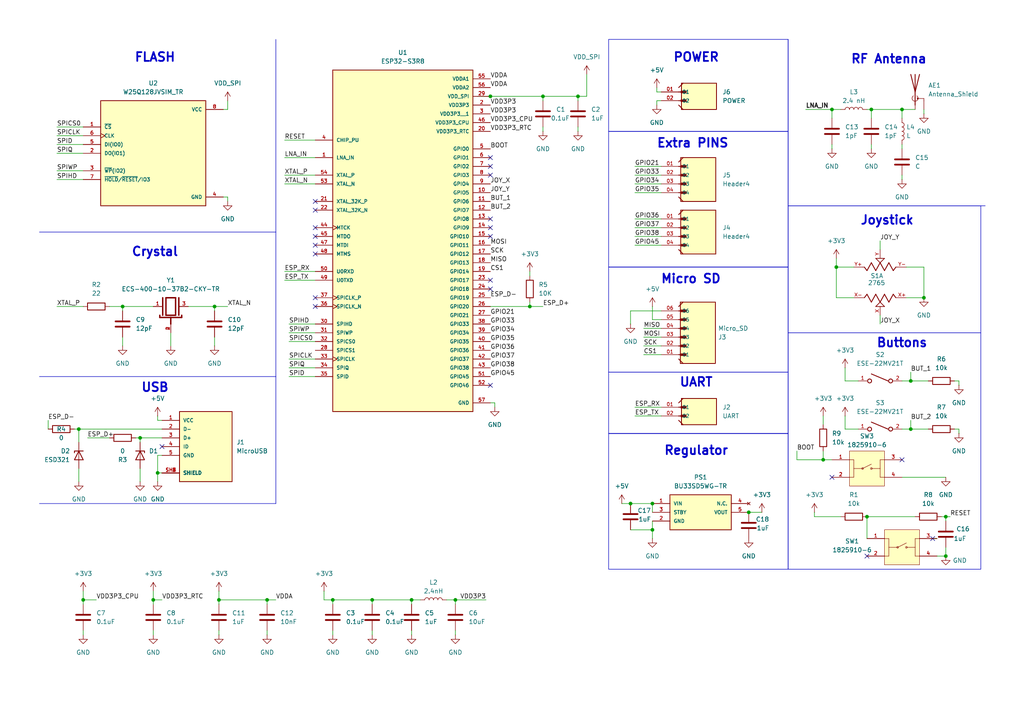
<source format=kicad_sch>
(kicad_sch (version 20231120) (generator "eeschema") (generator_version "8.0")
  (paper "A4")
  (title_block (title "HackerMouse") (date "2024-05-21") (rev "A") (company "FRANK"))
  (junction (at 167.64 27.94))
  (junction (at 22.86 124.46))
  (junction (at 24.13 173.99))
  (junction (at 63.5 173.99))
  (junction (at 45.72 137.16))
  (junction (at 77.47 173.99))
  (junction (at 264.16 110.49))
  (junction (at 62.23 88.9))
  (junction (at 261.62 31.75))
  (junction (at 153.67 88.9))
  (junction (at 274.32 149.86))
  (junction (at 251.46 149.86))
  (junction (at 241.3 31.75))
  (junction (at 189.23 153.67))
  (junction (at 189.23 146.05))
  (junction (at 157.48 27.94))
  (junction (at 264.16 124.46))
  (junction (at 132.08 173.99))
  (junction (at 274.32 161.29))
  (junction (at 35.56 88.9))
  (junction (at 119.38 173.99))
  (junction (at 242.57 77.47))
  (junction (at 182.88 146.05))
  (junction (at 107.95 173.99))
  (junction (at 267.97 86.36))
  (junction (at 44.45 173.99))
  (junction (at 40.64 127))
  (junction (at 96.52 173.99))
  (junction (at 238.76 133.35))
  (junction (at 252.73 31.75))
  (junction (at 217.17 148.59))
  (junction (at 142.24 27.94))
  (no_connect (at 142.24 63.5))
  (no_connect (at 91.44 68.58))
  (no_connect (at 261.62 133.35))
  (no_connect (at 142.24 83.82))
  (no_connect (at 91.44 60.96))
  (no_connect (at 142.24 68.58))
  (no_connect (at 46.99 129.54))
  (no_connect (at 270.51 156.21))
  (no_connect (at 142.24 111.76))
  (no_connect (at 142.24 48.26))
  (no_connect (at 142.24 50.8))
  (no_connect (at 91.44 86.36))
  (no_connect (at 142.24 66.04))
  (no_connect (at 241.3 138.43))
  (no_connect (at 91.44 88.9))
  (no_connect (at 91.44 66.04))
  (no_connect (at 251.46 161.29))
  (no_connect (at 91.44 71.12))
  (no_connect (at 91.44 73.66))
  (no_connect (at 142.24 81.28))
  (no_connect (at 91.44 58.42))
  (no_connect (at 142.24 45.72))
  (wire (pts (xy 186.69 102.87) (xy 191.77 102.87)))
  (polyline (pts (xy 11.43 67.31) (xy 80.01 67.31)))
  (wire (pts (xy 191.77 29.21) (xy 190.5 29.21)))
  (wire (pts (xy 264.16 107.95) (xy 264.16 110.49)))
  (wire (pts (xy 82.55 45.72) (xy 91.44 45.72)))
  (wire (pts (xy 24.13 182.88) (xy 24.13 184.15)))
  (wire (pts (xy 255.27 93.98) (xy 255.27 91.44)))
  (wire (pts (xy 262.89 86.36) (xy 267.97 86.36)))
  (wire (pts (xy 273.05 149.86) (xy 274.32 149.86)))
  (wire (pts (xy 96.52 175.26) (xy 96.52 173.99)))
  (wire (pts (xy 107.95 182.88) (xy 107.95 184.15)))
  (polyline (pts (xy 228.6 11.43) (xy 228.6 59.69)))
  (wire (pts (xy 238.76 133.35) (xy 241.3 133.35)))
  (wire (pts (xy 170.18 27.94) (xy 167.64 27.94)))
  (polyline (pts (xy 11.43 109.22) (xy 80.01 109.22)))
  (wire (pts (xy 261.62 110.49) (xy 264.16 110.49)))
  (wire (pts (xy 45.72 120.65) (xy 45.72 121.92)))
  (wire (pts (xy 242.57 77.47) (xy 247.65 77.47)))
  (wire (pts (xy 274.32 149.86) (xy 275.59 149.86)))
  (wire (pts (xy 186.69 100.33) (xy 191.77 100.33)))
  (wire (pts (xy 46.99 127) (xy 40.64 127)))
  (wire (pts (xy 40.64 135.89) (xy 40.64 139.7)))
  (wire (pts (xy 25.4 127) (xy 31.75 127)))
  (wire (pts (xy 64.77 31.75) (xy 66.04 31.75)))
  (wire (pts (xy 140.97 173.99) (xy 132.08 173.99)))
  (wire (pts (xy 44.45 171.45) (xy 44.45 173.99)))
  (wire (pts (xy 82.55 40.64) (xy 91.44 40.64)))
  (wire (pts (xy 251.46 149.86) (xy 265.43 149.86)))
  (wire (pts (xy 40.64 127) (xy 40.64 128.27)))
  (wire (pts (xy 157.48 27.94) (xy 167.64 27.94)))
  (wire (pts (xy 96.52 173.99) (xy 93.98 173.99)))
  (wire (pts (xy 276.86 124.46) (xy 278.13 124.46)))
  (wire (pts (xy 184.15 120.65) (xy 191.77 120.65)))
  (wire (pts (xy 261.62 124.46) (xy 264.16 124.46)))
  (wire (pts (xy 261.62 138.43) (xy 274.32 138.43)))
  (wire (pts (xy 66.04 31.75) (xy 66.04 29.21)))
  (polyline (pts (xy 80.01 67.31) (xy 80.01 11.43)))
  (wire (pts (xy 182.88 146.05) (xy 180.34 146.05)))
  (wire (pts (xy 82.55 53.34) (xy 91.44 53.34)))
  (wire (pts (xy 62.23 88.9) (xy 66.04 88.9)))
  (wire (pts (xy 241.3 31.75) (xy 243.84 31.75)))
  (wire (pts (xy 157.48 27.94) (xy 142.24 27.94)))
  (wire (pts (xy 167.64 29.21) (xy 167.64 27.94)))
  (wire (pts (xy 66.04 57.15) (xy 66.04 58.42)))
  (wire (pts (xy 217.17 148.59) (xy 220.98 148.59)))
  (wire (pts (xy 132.08 173.99) (xy 129.54 173.99)))
  (wire (pts (xy 245.11 124.46) (xy 248.92 124.46)))
  (wire (pts (xy 236.22 148.59) (xy 236.22 149.86)))
  (wire (pts (xy 184.15 50.8) (xy 191.77 50.8)))
  (wire (pts (xy 24.13 173.99) (xy 27.94 173.99)))
  (wire (pts (xy 35.56 97.79) (xy 35.56 100.33)))
  (wire (pts (xy 157.48 36.83) (xy 157.48 38.1)))
  (wire (pts (xy 189.23 151.13) (xy 189.23 153.67)))
  (wire (pts (xy 245.11 106.68) (xy 245.11 110.49)))
  (wire (pts (xy 242.57 77.47) (xy 242.57 86.36)))
  (wire (pts (xy 31.75 88.9) (xy 35.56 88.9)))
  (wire (pts (xy 44.45 173.99) (xy 44.45 175.26)))
  (wire (pts (xy 83.82 96.52) (xy 91.44 96.52)))
  (wire (pts (xy 231.14 130.81) (xy 231.14 133.35)))
  (wire (pts (xy 186.69 97.79) (xy 191.77 97.79)))
  (wire (pts (xy 22.86 135.89) (xy 22.86 139.7)))
  (wire (pts (xy 261.62 41.91) (xy 261.62 43.18)))
  (wire (pts (xy 39.37 127) (xy 40.64 127)))
  (wire (pts (xy 264.16 124.46) (xy 269.24 124.46)))
  (wire (pts (xy 35.56 88.9) (xy 44.45 88.9)))
  (wire (pts (xy 83.82 99.06) (xy 91.44 99.06)))
  (wire (pts (xy 63.5 173.99) (xy 63.5 175.26)))
  (wire (pts (xy 63.5 173.99) (xy 77.47 173.99)))
  (wire (pts (xy 64.77 57.15) (xy 66.04 57.15)))
  (wire (pts (xy 274.32 161.29) (xy 274.32 158.75)))
  (wire (pts (xy 241.3 31.75) (xy 241.3 34.29)))
  (wire (pts (xy 274.32 149.86) (xy 274.32 151.13)))
  (wire (pts (xy 184.15 55.88) (xy 191.77 55.88)))
  (wire (pts (xy 245.11 110.49) (xy 248.92 110.49)))
  (wire (pts (xy 264.16 110.49) (xy 269.24 110.49)))
  (wire (pts (xy 189.23 146.05) (xy 189.23 148.59)))
  (wire (pts (xy 167.64 36.83) (xy 167.64 38.1)))
  (wire (pts (xy 153.67 78.74) (xy 153.67 80.01)))
  (wire (pts (xy 45.72 121.92) (xy 46.99 121.92)))
  (wire (pts (xy 16.51 44.45) (xy 24.13 44.45)))
  (wire (pts (xy 45.72 137.16) (xy 45.72 139.7)))
  (wire (pts (xy 22.86 128.27) (xy 22.86 124.46)))
  (wire (pts (xy 184.15 68.58) (xy 191.77 68.58)))
  (wire (pts (xy 82.55 78.74) (xy 91.44 78.74)))
  (wire (pts (xy 231.14 133.35) (xy 238.76 133.35)))
  (wire (pts (xy 132.08 175.26) (xy 132.08 173.99)))
  (wire (pts (xy 242.57 86.36) (xy 247.65 86.36)))
  (wire (pts (xy 121.92 173.99) (xy 119.38 173.99)))
  (wire (pts (xy 233.68 31.75) (xy 241.3 31.75)))
  (wire (pts (xy 267.97 77.47) (xy 267.97 86.36)))
  (wire (pts (xy 77.47 182.88) (xy 77.47 184.15)))
  (wire (pts (xy 83.82 106.68) (xy 91.44 106.68)))
  (wire (pts (xy 245.11 120.65) (xy 245.11 124.46)))
  (wire (pts (xy 24.13 171.45) (xy 24.13 173.99)))
  (wire (pts (xy 44.45 173.99) (xy 46.99 173.99)))
  (wire (pts (xy 191.77 90.17) (xy 182.88 90.17)))
  (wire (pts (xy 191.77 92.71) (xy 189.23 92.71)))
  (wire (pts (xy 82.55 50.8) (xy 91.44 50.8)))
  (wire (pts (xy 184.15 71.12) (xy 191.77 71.12)))
  (wire (pts (xy 267.97 31.75) (xy 267.97 33.02)))
  (wire (pts (xy 189.23 146.05) (xy 182.88 146.05)))
  (wire (pts (xy 49.53 96.52) (xy 49.53 100.33)))
  (wire (pts (xy 261.62 34.29) (xy 261.62 31.75)))
  (wire (pts (xy 119.38 173.99) (xy 107.95 173.99)))
  (wire (pts (xy 190.5 26.67) (xy 190.5 25.4)))
  (wire (pts (xy 46.99 132.08) (xy 45.72 132.08)))
  (wire (pts (xy 119.38 182.88) (xy 119.38 184.15)))
  (polyline (pts (xy 80.01 109.22) (xy 80.01 67.31)))
  (wire (pts (xy 189.23 156.21) (xy 189.23 153.67)))
  (wire (pts (xy 83.82 109.22) (xy 91.44 109.22)))
  (wire (pts (xy 24.13 173.99) (xy 24.13 175.26)))
  (polyline (pts (xy 80.01 109.22) (xy 80.01 146.05)))
  (wire (pts (xy 138.43 27.94) (xy 142.24 27.94)))
  (wire (pts (xy 62.23 97.79) (xy 62.23 100.33)))
  (wire (pts (xy 255.27 72.39) (xy 255.27 69.85)))
  (wire (pts (xy 184.15 66.04) (xy 191.77 66.04)))
  (wire (pts (xy 278.13 124.46) (xy 278.13 125.73)))
  (wire (pts (xy 16.51 36.83) (xy 24.13 36.83)))
  (wire (pts (xy 189.23 92.71) (xy 189.23 88.9)))
  (wire (pts (xy 252.73 41.91) (xy 252.73 43.18)))
  (wire (pts (xy 93.98 171.45) (xy 93.98 173.99)))
  (wire (pts (xy 261.62 31.75) (xy 265.43 31.75)))
  (wire (pts (xy 236.22 149.86) (xy 243.84 149.86)))
  (wire (pts (xy 63.5 182.88) (xy 63.5 184.15)))
  (wire (pts (xy 21.59 124.46) (xy 22.86 124.46)))
  (wire (pts (xy 182.88 153.67) (xy 189.23 153.67)))
  (wire (pts (xy 262.89 77.47) (xy 267.97 77.47)))
  (wire (pts (xy 242.57 74.93) (xy 242.57 77.47)))
  (wire (pts (xy 252.73 31.75) (xy 251.46 31.75)))
  (wire (pts (xy 276.86 110.49) (xy 278.13 110.49)))
  (wire (pts (xy 186.69 95.25) (xy 191.77 95.25)))
  (wire (pts (xy 190.5 29.21) (xy 190.5 30.48)))
  (wire (pts (xy 238.76 120.65) (xy 238.76 123.19)))
  (polyline (pts (xy 228.6 59.69) (xy 285.75 59.69)))
  (wire (pts (xy 16.51 41.91) (xy 24.13 41.91)))
  (wire (pts (xy 264.16 121.92) (xy 264.16 124.46)))
  (wire (pts (xy 132.08 182.88) (xy 132.08 184.15)))
  (wire (pts (xy 16.51 39.37) (xy 24.13 39.37)))
  (wire (pts (xy 184.15 118.11) (xy 191.77 118.11)))
  (wire (pts (xy 143.51 116.84) (xy 143.51 118.11)))
  (wire (pts (xy 35.56 90.17) (xy 35.56 88.9)))
  (wire (pts (xy 278.13 110.49) (xy 278.13 111.76)))
  (wire (pts (xy 96.52 182.88) (xy 96.52 184.15)))
  (wire (pts (xy 77.47 175.26) (xy 77.47 173.99)))
  (wire (pts (xy 142.24 116.84) (xy 143.51 116.84)))
  (wire (pts (xy 46.99 137.16) (xy 45.72 137.16)))
  (polyline (pts (xy 11.43 146.05) (xy 80.01 146.05)))
  (wire (pts (xy 157.48 29.21) (xy 157.48 27.94)))
  (wire (pts (xy 77.47 173.99) (xy 80.01 173.99)))
  (wire (pts (xy 107.95 175.26) (xy 107.95 173.99)))
  (wire (pts (xy 261.62 50.8) (xy 261.62 52.07)))
  (wire (pts (xy 44.45 182.88) (xy 44.45 184.15)))
  (wire (pts (xy 83.82 104.14) (xy 91.44 104.14)))
  (wire (pts (xy 271.78 161.29) (xy 274.32 161.29)))
  (wire (pts (xy 241.3 41.91) (xy 241.3 43.18)))
  (wire (pts (xy 16.51 49.53) (xy 24.13 49.53)))
  (wire (pts (xy 251.46 149.86) (xy 251.46 156.21)))
  (wire (pts (xy 62.23 90.17) (xy 62.23 88.9)))
  (wire (pts (xy 252.73 31.75) (xy 252.73 34.29)))
  (wire (pts (xy 182.88 90.17) (xy 182.88 93.98)))
  (wire (pts (xy 83.82 93.98) (xy 91.44 93.98)))
  (wire (pts (xy 170.18 21.59) (xy 170.18 27.94)))
  (wire (pts (xy 184.15 48.26) (xy 191.77 48.26)))
  (wire (pts (xy 22.86 124.46) (xy 46.99 124.46)))
  (wire (pts (xy 261.62 31.75) (xy 252.73 31.75)))
  (wire (pts (xy 45.72 132.08) (xy 45.72 137.16)))
  (wire (pts (xy 13.97 121.92) (xy 13.97 124.46)))
  (wire (pts (xy 153.67 88.9) (xy 142.24 88.9)))
  (wire (pts (xy 119.38 175.26) (xy 119.38 173.99)))
  (wire (pts (xy 184.15 53.34) (xy 191.77 53.34)))
  (wire (pts (xy 82.55 81.28) (xy 91.44 81.28)))
  (wire (pts (xy 157.48 88.9) (xy 153.67 88.9)))
  (wire (pts (xy 16.51 52.07) (xy 24.13 52.07)))
  (wire (pts (xy 184.15 63.5) (xy 191.77 63.5)))
  (wire (pts (xy 16.51 88.9) (xy 24.13 88.9)))
  (wire (pts (xy 238.76 130.81) (xy 238.76 133.35)))
  (wire (pts (xy 62.23 88.9) (xy 54.61 88.9)))
  (wire (pts (xy 96.52 173.99) (xy 107.95 173.99)))
  (wire (pts (xy 191.77 26.67) (xy 190.5 26.67)))
  (wire (pts (xy 153.67 87.63) (xy 153.67 88.9)))
  (wire (pts (xy 270.51 156.21) (xy 271.78 156.21)))
  (wire (pts (xy 63.5 171.45) (xy 63.5 173.99)))
  (rectangle (start 228.6 59.69) (end 284.48 96.52))
  (rectangle (start 176.53 107.95) (end 228.6 125.73))
  (rectangle (start 176.53 125.73) (end 228.6 165.1))
  (rectangle (start 176.53 77.47) (end 228.6 107.95))
  (rectangle (start 176.53 11.43) (end 228.6 38.1))
  (rectangle (start 228.6 96.52) (end 284.48 165.1))
  (rectangle (start 176.53 38.1) (end 228.6 77.47))
  (text "Extra PINS" (at 200.914 41.656 0) (effects (font (size 2.54 2.54) (thickness 0.508) (bold yes))))
  (text "RF Antenna" (at 257.81 17.272 0) (effects (font (size 2.54 2.54) (bold yes))))
  (text "Regulator\n" (at 201.93 130.81 0) (effects (font (size 2.54 2.54) (bold yes))))
  (text "USB" (at 44.958 112.522 0) (effects (font (size 2.54 2.54) (bold yes))))
  (text "Joystick\n" (at 257.302 64.008 0) (effects (font (size 2.54 2.54) (bold yes))))
  (text "FLASH\n" (at 44.958 16.764 0) (effects (font (size 2.54 2.54) (thickness 0.508) (bold yes))))
  (text "UART" (at 201.93 110.998 0) (effects (font (size 2.54 2.54) (thickness 0.508) (bold yes))))
  (text "Crystal" (at 44.958 73.152 0) (effects (font (size 2.54 2.54) (thickness 0.508) (bold yes))))
  (text "Buttons\n" (at 261.62 99.568 0) (effects (font (size 2.54 2.54) (bold yes))))
  (text "POWER" (at 201.93 16.764 0) (effects (font (size 2.54 2.54) (thickness 0.508) (bold yes))))
  (text "Micro SD" (at 200.406 81.026 0) (effects (font (size 2.54 2.54) (bold yes))))
  (label "JOY_Y" (at 255.27 69.85 0))
  (label "SPICS0" (at 83.82 99.06 0))
  (label "SPIWP" (at 16.51 49.53 0))
  (label "ESP_D-" (at 13.97 121.92 0))
  (label "GPIO35" (at 142.24 99.06 0))
  (label "VDD3P3_CPU" (at 142.24 35.56 0))
  (label "XTAL_P" (at 82.55 50.8 0))
  (label "ESP_TX" (at 184.15 120.65 0))
  (label "RESET" (at 82.55 40.64 0))
  (label "GPIO36" (at 184.15 63.5 0))
  (label "SPICS0" (at 16.51 36.83 0))
  (label "VDDA" (at 80.01 173.99 0))
  (label "ESP_RX" (at 184.15 118.11 0))
  (label "GPIO21" (at 184.15 48.26 0))
  (label "GPIO34" (at 184.15 53.34 0))
  (label "SPIHD" (at 16.51 52.07 0))
  (label "XTAL_N" (at 66.04 88.9 0))
  (label "BUT_1" (at 264.16 107.95 0))
  (label "SPICLK" (at 83.82 104.14 0))
  (label "SPID" (at 83.82 109.22 0))
  (label "GPIO33" (at 142.24 93.98 0))
  (label "MOSI" (at 142.24 71.12 0))
  (label "CS1" (at 186.69 102.87 0))
  (label "CS1" (at 142.24 78.74 0))
  (label "SCK" (at 142.24 73.66 0))
  (label "BOOT" (at 231.14 130.81 0))
  (label "LNA_IN" (at 82.55 45.72 0))
  (label "BOOT" (at 142.24 43.18 0))
  (label "SPIWP" (at 83.82 96.52 0))
  (label "GPIO36" (at 142.24 101.6 0))
  (label "SPICLK" (at 16.51 39.37 0))
  (label "GPIO45" (at 184.15 71.12 0))
  (label "VDD3P3" (at 142.24 30.48 0))
  (label "JOY_X" (at 255.27 93.98 0))
  (label "BUT_2" (at 142.24 60.96 0))
  (label "ESP_RX" (at 82.55 78.74 0))
  (label "VDD3P3_RTC" (at 46.99 173.99 0))
  (label "GPIO38" (at 142.24 106.68 0))
  (label "VDDA" (at 142.24 22.86 0))
  (label "ESP_D-" (at 142.24 86.36 0))
  (label "ESP_D+" (at 157.48 88.9 0))
  (label "VDD3P3" (at 142.24 33.02 0))
  (label "VDD3P3" (at 140.97 173.99 180))
  (label "SCK" (at 186.69 100.33 0))
  (label "MISO" (at 142.24 76.2 0))
  (label "BUT_1" (at 142.24 58.42 0))
  (label "MOSI" (at 186.69 97.79 0))
  (label "VDD3P3_CPU" (at 27.94 173.99 0))
  (label "SPIQ" (at 83.82 106.68 0))
  (label "GPIO33" (at 184.15 50.8 0))
  (label "BUT_2" (at 264.16 121.92 0))
  (label "JOY_Y" (at 142.24 55.88 0))
  (label "VDD3P3_RTC" (at 142.24 38.1 0))
  (label "XTAL_N" (at 82.55 53.34 0))
  (label "SPIHD" (at 83.82 93.98 0))
  (label "GPIO37" (at 184.15 66.04 0))
  (label "RESET" (at 275.59 149.86 0))
  (label "ESP_D+" (at 25.4 127 0))
  (label "GPIO38" (at 184.15 68.58 0))
  (label "GPIO35" (at 184.15 55.88 0))
  (label "VDDA" (at 142.24 25.4 0))
  (label "SPIQ" (at 16.51 44.45 0))
  (label "GPIO34" (at 142.24 96.52 0))
  (label "GPIO21" (at 142.24 91.44 0))
  (label "MISO" (at 186.69 95.25 0))
  (label "ESP_TX" (at 82.55 81.28 0))
  (label "LNA_IN" (at 233.68 31.75 0) (effects (font (bold yes))))
  (label "XTAL_P" (at 16.51 88.9 0))
  (label "GPIO37" (at 142.24 104.14 0))
  (label "GPIO45" (at 142.24 109.22 0))
  (label "SPID" (at 16.51 41.91 0))
  (label "JOY_X" (at 142.24 53.34 0))
  (symbol (lib_id "Device:C") (at 274.32 154.94 0) (unit 1)
    (property "Reference" "C16" (at 277.368 153.416 0) (effects (justify left)))
    (property "Value" "1uF" (at 276.606 156.21 0) (effects (justify left)))
    (property "Footprint" "Capacitor_SMD:C_0603_1608Metric_Pad1.08x0.95mm_HandSolder" (effects (hide yes)))
    (property "Description" "Unpolarized capacitor" (effects (hide yes)))
  )
  (symbol (lib_id "power:GND") (at 119.38 184.15 0) (mirror y) (unit 1)
    (property "Reference" "#PWR04" (effects (hide yes)))
    (property "Value" "GND" (at 119.38 189.23 0))
    (property "Description" "Power symbol creates a global label with name \"GND\" , ground" (effects (hide yes)))
  )
  (symbol (lib_id "Device:R") (at 27.94 88.9 90) (unit 1)
    (property "Reference" "R2" (at 27.94 82.55 90))
    (property "Value" "22" (at 27.94 85.09 90))
    (property "Footprint" "Resistor_SMD:R_0603_1608Metric_Pad0.98x0.95mm_HandSolder" (effects (hide yes)))
    (property "Description" "Resistor" (effects (hide yes)))
  )
  (symbol (lib_id "power:GND") (at 190.5 30.48 0) (unit 1)
    (property "Reference" "#PWR048" (effects (hide yes)))
    (property "Value" "GND" (at 190.5 35.56 0))
    (property "Description" "Power symbol creates a global label with name \"GND\" , ground" (effects (hide yes)))
  )
  (symbol (lib_id "Device:L") (at 125.73 173.99 270) (mirror x) (unit 1)
    (property "Reference" "L2" (at 125.73 168.91 90))
    (property "Value" "2.4nH" (at 125.73 171.45 90))
    (property "Footprint" "Capacitor_SMD:C_0603_1608Metric_Pad1.08x0.95mm_HandSolder" (effects (hide yes)))
    (property "Description" "Inductor" (effects (hide yes)))
  )
  (symbol (lib_id "power:+5V") (at 189.23 88.9 0) (unit 1)
    (property "Reference" "#PWR046" (effects (hide yes)))
    (property "Value" "+5V" (at 189.23 83.82 0))
    (property "Description" "Power symbol creates a global label with name \"+5V\"" (effects (hide yes)))
  )
  (symbol (lib_id "power:GND") (at 217.17 156.21 0) (unit 1)
    (property "Reference" "#PWR043" (effects (hide yes)))
    (property "Value" "GND" (at 217.17 161.29 0))
    (property "Description" "Power symbol creates a global label with name \"GND\" , ground" (effects (hide yes)))
  )
  (symbol (lib_id "Header4:61300411121") (at 201.93 68.58 0) (unit 1)
    (property "Reference" "J4" (at 209.55 66.0399 0) (effects (justify left)))
    (property "Value" "Header4" (at 209.55 68.5799 0) (effects (justify left)))
    (property "Footprint" "Header4:WURTH_61300411121" (effects (hide yes)))
    (property "MF" "Wurth Electronics" (effects (hide yes)))
    (property "DESCRIPTION" "Connector Header Through Hole 4 position 0.100 (2.54mm)" (effects (hide yes)))
    (property "PACKAGE" "None" (effects (hide yes)))
    (property "PRICE" "None" (effects (hide yes)))
    (property "Package" "None" (effects (hide yes)))
    (property "Check_prices" "https://www.snapeda.com/parts/61300411121/Wurth+Electronics+Inc./view-part/?ref=eda" (effects (hide yes)))
    (property "Price" "None" (effects (hide yes)))
    (property "SnapEDA_Link" "https://www.snapeda.com/parts/61300411121/Wurth+Electronics+Inc./view-part/?ref=snap" (effects (hide yes)))
    (property "MP" "61300411121" (effects (hide yes)))
    (property "Description_1" "4 pins, 1 row, straight, gold plating" (effects (hide yes)))
    (property "Availability" "In Stock" (effects (hide yes)))
    (property "AVAILABILITY" "In Stock" (effects (hide yes)))
    (property "PURCHASE-URL" "https://pricing.snapeda.com/search/part/61300411121/?ref=eda" (effects (hide yes)))
  )
  (symbol (lib_id "Header2:61300211121") (at 201.93 120.65 0) (unit 1)
    (property "Reference" "J2" (at 209.55 118.1099 0) (effects (justify left)))
    (property "Value" "UART" (at 209.55 120.6499 0) (effects (justify left)))
    (property "Footprint" "Header2:WURTH_61300211121" (effects (hide yes)))
    (property "MF" "Wurth Electronics" (effects (hide yes)))
    (property "Description_1" "2 pins, 1 row, straight, gold plating" (effects (hide yes)))
    (property "Package" "None" (effects (hide yes)))
    (property "Price" "None" (effects (hide yes)))
    (property "Check_prices" "https://www.snapeda.com/parts/61300211121/Wurth+Electronics+Inc./view-part/?ref=eda" (effects (hide yes)))
    (property "STANDARD" "Manufacturer Recommendations" (effects (hide yes)))
    (property "PARTREV" "07/31/2015" (effects (hide yes)))
    (property "SnapEDA_Link" "https://www.snapeda.com/parts/61300211121/Wurth+Electronics+Inc./view-part/?ref=snap" (effects (hide yes)))
    (property "MP" "61300211121" (effects (hide yes)))
    (property "Purchase-URL" "https://www.snapeda.com/api/url_track_click_mouser/?unipart_id=475914&manufacturer=Wurth Electronics&part_name=61300211121&search_term=61300211121" (effects (hide yes)))
    (property "Availability" "In Stock" (effects (hide yes)))
    (property "MANUFACTURER" "Wurth Elektronik" (effects (hide yes)))
  )
  (symbol (lib_id "power:GND") (at 22.86 139.7 0) (unit 1)
    (property "Reference" "#PWR024" (effects (hide yes)))
    (property "Value" "GND" (at 22.86 144.78 0))
    (property "Description" "Power symbol creates a global label with name \"GND\" , ground" (effects (hide yes)))
  )
  (symbol (lib_id "Device:R") (at 247.65 149.86 90) (unit 1)
    (property "Reference" "R1" (at 247.65 143.51 90))
    (property "Value" "10k" (at 247.65 146.05 90))
    (property "Footprint" "Resistor_SMD:R_0603_1608Metric_Pad0.98x0.95mm_HandSolder" (effects (hide yes)))
    (property "Description" "Resistor" (effects (hide yes)))
  )
  (symbol (lib_id "power:+3V3") (at 238.76 120.65 0) (unit 1)
    (property "Reference" "#PWR044" (effects (hide yes)))
    (property "Value" "+3V3" (at 238.76 115.57 0))
    (property "Description" "Power symbol creates a global label with name \"+3V3\"" (effects (hide yes)))
  )
  (symbol (lib_id "Device:R") (at 273.05 110.49 90) (unit 1)
    (property "Reference" "R6" (at 273.05 104.14 90))
    (property "Value" "10k" (at 273.05 106.68 90))
    (property "Footprint" "Resistor_SMD:R_0603_1608Metric_Pad0.98x0.95mm_HandSolder" (effects (hide yes)))
    (property "Description" "Resistor" (effects (hide yes)))
  )
  (symbol (lib_id "Header6:61300611121") (at 201.93 95.25 0) (mirror x) (unit 1)
    (property "Reference" "J3" (at 208.28 97.7901 0) (effects (justify left)))
    (property "Value" "Micro_SD" (at 208.28 95.2501 0) (effects (justify left)))
    (property "Footprint" "Header6:WURTH_61300611121" (effects (hide yes)))
    (property "MF" "Wurth Electronics" (effects (hide yes)))
    (property "DESCRIPTION" "Connector Header Through Hole 6 position 0.100 (2.54mm)" (effects (hide yes)))
    (property "PACKAGE" "None" (effects (hide yes)))
    (property "PRICE" "None" (effects (hide yes)))
    (property "Package" "None" (effects (hide yes)))
    (property "Check_prices" "https://www.snapeda.com/parts/61300611121/Wurth+Electronics+Inc./view-part/?ref=eda" (effects (hide yes)))
    (property "Price" "None" (effects (hide yes)))
    (property "SnapEDA_Link" "https://www.snapeda.com/parts/61300611121/Wurth+Electronics+Inc./view-part/?ref=snap" (effects (hide yes)))
    (property "MP" "61300611121" (effects (hide yes)))
    (property "Purchase-URL" "https://www.snapeda.com/api/url_track_click_mouser/?unipart_id=608395&manufacturer=Wurth Electronics&part_name=61300611121&search_term=61300611121" (effects (hide yes)))
    (property "Description_1" "6 pins, 1 row, straight, gold plating" (effects (hide yes)))
    (property "Availability" "In Stock" (effects (hide yes)))
    (property "AVAILABILITY" "In Stock" (effects (hide yes)))
    (property "PURCHASE-URL" "https://pricing.snapeda.com/search/part/61300611121/?ref=eda" (effects (hide yes)))
  )
  (symbol (lib_id "power:+3V3") (at 63.5 171.45 0) (unit 1)
    (property "Reference" "#PWR016" (effects (hide yes)))
    (property "Value" "+3V3" (at 63.5 166.37 0))
    (property "Description" "Power symbol creates a global label with name \"+3V3\"" (effects (hide yes)))
  )
  (symbol (lib_id "1825910-6:1825910-6") (at 261.62 158.75 0) (unit 1)
    (property "Reference" "SW1" (at 247.142 156.972 0))
    (property "Value" "1825910-6" (at 247.142 159.512 0))
    (property "Footprint" "Library:SW_1825910-6-4" (effects (hide yes)))
    (property "Comment" "1825910-6" (effects (hide yes)))
    (property "MF" "TE Connectivity" (effects (hide yes)))
    (property "Description_1" "\nSwitch Push Button OFF (ON) SPST Round Button 0.05A 24VDC Momentary Contact PC Pins Thru-Hole\n" (effects (hide yes)))
    (property "Package" "None" (effects (hide yes)))
    (property "Price" "None" (effects (hide yes)))
    (property "Check_prices" "https://www.snapeda.com/parts/1825910-6/TE+Connectivity+ALCOSWITCH+Switches/view-part/?ref=eda" (effects (hide yes)))
    (property "STANDARD" "Manufacturer Recommendations" (effects (hide yes)))
    (property "PARTREV" "C10" (effects (hide yes)))
    (property "SnapEDA_Link" "https://www.snapeda.com/parts/1825910-6/TE+Connectivity+ALCOSWITCH+Switches/view-part/?ref=snap" (effects (hide yes)))
    (property "MP" "1825910-6" (effects (hide yes)))
    (property "Purchase-URL" "https://www.snapeda.com/api/url_track_click_mouser/?unipart_id=226996&manufacturer=TE Connectivity&part_name=1825910-6&search_term=1825910-6" (effects (hide yes)))
    (property "Availability" "In Stock" (effects (hide yes)))
    (property "MANUFACTURER" "TE CONNECTIVITY" (effects (hide yes)))
  )
  (symbol (lib_id "ESE-22MV21T:ESE-22MV21T") (at 256.54 124.46 0) (unit 1)
    (property "Reference" "S3" (at 255.27 116.84 0))
    (property "Value" "ESE-22MV21T" (at 255.27 119.38 0))
    (property "Footprint" "Library:SW_ESE-22MV21T" (effects (hide yes)))
    (property "MF" "Panasonic" (effects (hide yes)))
    (property "Description_1" "\nSwitch, Basic; Rocker Mom; SPST; 10mA 5VDC; Vert. SMD mnt 5.7x1.9mm | Panasonic Electronic Components ESE-22MV21T\n" (effects (hide yes)))
    (property "Package" "None" (effects (hide yes)))
    (property "Price" "None" (effects (hide yes)))
    (property "Check_prices" "https://www.snapeda.com/parts/ESE-22MV21T/Panasonic+Electronic+Components/view-part/?ref=eda" (effects (hide yes)))
    (property "SnapEDA_Link" "https://www.snapeda.com/parts/ESE-22MV21T/Panasonic+Electronic+Components/view-part/?ref=snap" (effects (hide yes)))
    (property "MP" "ESE-22MV21T" (effects (hide yes)))
    (property "Purchase-URL" "https://www.snapeda.com/api/url_track_click_mouser/?unipart_id=332503&manufacturer=Panasonic&part_name=ESE-22MV21T&search_term=ese-22mv21t" (effects (hide yes)))
    (property "Availability" "In Stock" (effects (hide yes)))
    (property "MANUFACTURER" "Panasonic" (effects (hide yes)))
  )
  (symbol (lib_id "Device:C") (at 62.23 93.98 0) (unit 1)
    (property "Reference" "C10" (at 66.04 92.7099 0) (effects (justify left)))
    (property "Value" "12pF" (at 66.04 95.2499 0) (effects (justify left)))
    (property "Footprint" "Capacitor_SMD:C_0603_1608Metric_Pad1.08x0.95mm_HandSolder" (effects (hide yes)))
    (property "Description" "Unpolarized capacitor" (effects (hide yes)))
  )
  (symbol (lib_id "power:GND") (at 157.48 38.1 0) (unit 1)
    (property "Reference" "#PWR05" (effects (hide yes)))
    (property "Value" "GND" (at 157.48 43.18 0))
    (property "Description" "Power symbol creates a global label with name \"GND\" , ground" (effects (hide yes)))
  )
  (symbol (lib_id "ECS-400-10-37B2-CKY-TR:ECS-400-10-37B2-CKY-TR") (at 49.53 88.9 0) (unit 1)
    (property "Reference" "Y1" (at 49.53 81.28 0))
    (property "Value" "ECS-400-10-37B2-CKY-TR" (at 49.53 83.82 0))
    (property "Footprint" "Library:XTAL_ECS-400-10-37B2-CKY-TR" (effects (hide yes)))
    (property "MF" "ECS Inc." (effects (hide yes)))
    (property "MAXIMUM_PACKAGE_HEIGHT" "0.5 mm" (effects (hide yes)))
    (property "Package" "SMD-4 ECS Inc." (effects (hide yes)))
    (property "Price" "None" (effects (hide yes)))
    (property "Check_prices" "https://www.snapeda.com/parts/ECS-400-10-37B2-CKY-TR/ECS+Inc./view-part/?ref=eda" (effects (hide yes)))
    (property "STANDARD" "Manufacturer Recommendations" (effects (hide yes)))
    (property "PARTREV" "Rev.2021" (effects (hide yes)))
    (property "SnapEDA_Link" "https://www.snapeda.com/parts/ECS-400-10-37B2-CKY-TR/ECS+Inc./view-part/?ref=snap" (effects (hide yes)))
    (property "MP" "ECS-400-10-37B2-CKY-TR" (effects (hide yes)))
    (property "Description_1" "\n40 MHz ±10ppm Crystal 10pF 40 Ohms 4-SMD, No Lead\n" (effects (hide yes)))
    (property "Availability" "In Stock" (effects (hide yes)))
    (property "MANUFACTURER" "ECS International" (effects (hide yes)))
  )
  (symbol (lib_id "Header4:61300411121") (at 201.93 53.34 0) (unit 1)
    (property "Reference" "J5" (at 209.55 50.7999 0) (effects (justify left)))
    (property "Value" "Header4" (at 209.55 53.3399 0) (effects (justify left)))
    (property "Footprint" "Header4:WURTH_61300411121" (effects (hide yes)))
    (property "MF" "Wurth Electronics" (effects (hide yes)))
    (property "DESCRIPTION" "Connector Header Through Hole 4 position 0.100 (2.54mm)" (effects (hide yes)))
    (property "PACKAGE" "None" (effects (hide yes)))
    (property "PRICE" "None" (effects (hide yes)))
    (property "Package" "None" (effects (hide yes)))
    (property "Check_prices" "https://www.snapeda.com/parts/61300411121/Wurth+Electronics+Inc./view-part/?ref=eda" (effects (hide yes)))
    (property "Price" "None" (effects (hide yes)))
    (property "SnapEDA_Link" "https://www.snapeda.com/parts/61300411121/Wurth+Electronics+Inc./view-part/?ref=snap" (effects (hide yes)))
    (property "MP" "61300411121" (effects (hide yes)))
    (property "Description_1" "4 pins, 1 row, straight, gold plating" (effects (hide yes)))
    (property "Availability" "In Stock" (effects (hide yes)))
    (property "AVAILABILITY" "In Stock" (effects (hide yes)))
    (property "PURCHASE-URL" "https://pricing.snapeda.com/search/part/61300411121/?ref=eda" (effects (hide yes)))
  )
  (symbol (lib_id "Diode:Z2SMBxxx") (at 40.64 132.08 270) (unit 1)
    (property "Reference" "D1" (at 43.18 130.8099 90) (effects (justify left)))
    (property "Value" "ESD321" (effects (hide yes)))
    (property "Footprint" "Diode_SMD:D_SOD-523" (effects (hide yes)))
    (property "Datasheet" "https://diotec.com/tl_files/diotec/files/pdf/datasheets/z2smb1.pdf" (effects (hide yes)))
    (property "Description" "2000mW Zener Diode, SMB(DO-214AA)" (effects (hide yes)))
  )
  (symbol (lib_id "Diode:Z2SMBxxx") (at 22.86 132.08 90) (mirror x) (unit 1)
    (property "Reference" "D2" (at 20.32 130.8099 90) (effects (justify left)))
    (property "Value" "ESD321" (at 20.32 133.3499 90) (effects (justify left)))
    (property "Footprint" "Diode_SMD:D_SOD-523" (effects (hide yes)))
    (property "Datasheet" "https://diotec.com/tl_files/diotec/files/pdf/datasheets/z2smb1.pdf" (effects (hide yes)))
    (property "Description" "2000mW Zener Diode, SMB(DO-214AA)" (effects (hide yes)))
  )
  (symbol (lib_id "power:GND") (at 96.52 184.15 0) (mirror y) (unit 1)
    (property "Reference" "#PWR020" (effects (hide yes)))
    (property "Value" "GND" (at 96.52 189.23 0))
    (property "Description" "Power symbol creates a global label with name \"GND\" , ground" (effects (hide yes)))
  )
  (symbol (lib_id "power:GND") (at 182.88 93.98 0) (unit 1)
    (property "Reference" "#PWR045" (effects (hide yes)))
    (property "Value" "GND" (at 182.88 99.06 0))
    (property "Description" "Power symbol creates a global label with name \"GND\" , ground" (effects (hide yes)))
  )
  (symbol (lib_id "power:+3V3") (at 245.11 106.68 0) (unit 1)
    (property "Reference" "#PWR033" (effects (hide yes)))
    (property "Value" "+3V3" (at 245.11 101.6 0))
    (property "Description" "Power symbol creates a global label with name \"+3V3\"" (effects (hide yes)))
  )
  (symbol (lib_id "Device:C") (at 132.08 179.07 0) (unit 1)
    (property "Reference" "C6" (at 135.89 177.7999 0) (effects (justify left)))
    (property "Value" "10uF" (at 135.89 180.3399 0) (effects (justify left)))
    (property "Footprint" "Capacitor_SMD:C_0603_1608Metric_Pad1.08x0.95mm_HandSolder" (effects (hide yes)))
    (property "Description" "Unpolarized capacitor" (effects (hide yes)))
  )
  (symbol (lib_id "Device:C") (at 252.73 38.1 0) (unit 1)
    (property "Reference" "C14" (at 256.54 36.8299 0) (effects (justify left)))
    (property "Value" "1pF" (at 256.54 39.3699 0) (effects (justify left)))
    (property "Footprint" "Capacitor_SMD:C_0603_1608Metric_Pad1.08x0.95mm_HandSolder" (effects (hide yes)))
    (property "Description" "Unpolarized capacitor" (effects (hide yes)))
  )
  (symbol (lib_id "MicroUSB_B:10118194-0001LF") (at 59.69 129.54 0) (unit 1)
    (property "Reference" "J1" (at 68.58 128.2699 0) (effects (justify left)))
    (property "Value" "MicroUSB" (at 68.58 130.8099 0) (effects (justify left)))
    (property "Footprint" "Library:AMPHENOL_10118194-0001LF" (effects (hide yes)))
    (property "MF" "Amphenol ICC" (effects (hide yes)))
    (property "MAXIMUM_PACKAGE_HEIGHT" "2.66mm" (effects (hide yes)))
    (property "Package" "None" (effects (hide yes)))
    (property "Price" "None" (effects (hide yes)))
    (property "Check_prices" "https://www.snapeda.com/parts/10118194-0001LF/Amphenol+FCI/view-part/?ref=eda" (effects (hide yes)))
    (property "STANDARD" "Manufacturer Recommendations" (effects (hide yes)))
    (property "PARTREV" "D" (effects (hide yes)))
    (property "SnapEDA_Link" "https://www.snapeda.com/parts/10118194-0001LF/Amphenol+FCI/view-part/?ref=snap" (effects (hide yes)))
    (property "MP" "10118194-0001LF" (effects (hide yes)))
    (property "Purchase-URL" "https://www.snapeda.com/api/url_track_click_mouser/?unipart_id=47625&manufacturer=Amphenol ICC&part_name=10118194-0001LF&search_term=10118194-0001lf" (effects (hide yes)))
    (property "Description_1" "\nMicro USB, Input Output Connectors, B TYPE RECEPTACLE with flange\n" (effects (hide yes)))
    (property "Availability" "In Stock" (effects (hide yes)))
    (property "MANUFACTURER" "Amphenol" (effects (hide yes)))
  )
  (symbol (lib_id "power:GND") (at 241.3 43.18 0) (unit 1)
    (property "Reference" "#PWR027" (effects (hide yes)))
    (property "Value" "GND" (at 241.3 48.26 0))
    (property "Description" "Power symbol creates a global label with name \"GND\" , ground" (effects (hide yes)))
  )
  (symbol (lib_id "power:+5V") (at 45.72 120.65 0) (unit 1)
    (property "Reference" "#PWR025" (effects (hide yes)))
    (property "Value" "+5V" (at 45.72 115.57 0))
    (property "Description" "Power symbol creates a global label with name \"+5V\"" (effects (hide yes)))
  )
  (symbol (lib_id "power:GND") (at 252.73 43.18 0) (unit 1)
    (property "Reference" "#PWR028" (effects (hide yes)))
    (property "Value" "GND" (at 252.73 48.26 0))
    (property "Description" "Power symbol creates a global label with name \"GND\" , ground" (effects (hide yes)))
  )
  (symbol (lib_id "power:GND") (at 66.04 58.42 0) (unit 1)
    (property "Reference" "#PWR012" (effects (hide yes)))
    (property "Value" "GND" (at 66.04 63.5 0))
    (property "Description" "Power symbol creates a global label with name \"GND\" , ground" (effects (hide yes)))
  )
  (symbol (lib_id "Device:C") (at 167.64 33.02 0) (unit 1)
    (property "Reference" "C2" (at 171.45 31.7499 0) (effects (justify left)))
    (property "Value" "1uF" (at 171.45 34.2899 0) (effects (justify left)))
    (property "Footprint" "Capacitor_SMD:C_0603_1608Metric_Pad1.08x0.95mm_HandSolder" (effects (hide yes)))
    (property "Description" "Unpolarized capacitor" (effects (hide yes)))
  )
  (symbol (lib_id "power:+3V3") (at 220.98 148.59 0) (unit 1)
    (property "Reference" "#PWR040" (effects (hide yes)))
    (property "Value" "+3V3" (at 220.98 143.51 0))
    (property "Description" "Power symbol creates a global label with name \"+3V3\"" (effects (hide yes)))
  )
  (symbol (lib_id "Device:R") (at 153.67 83.82 0) (unit 1)
    (property "Reference" "R5" (at 156.21 82.5499 0) (effects (justify left)))
    (property "Value" "10K" (at 156.21 85.0899 0) (effects (justify left)))
    (property "Footprint" "Resistor_SMD:R_0603_1608Metric_Pad0.98x0.95mm_HandSolder" (effects (hide yes)))
    (property "Description" "Resistor" (effects (hide yes)))
  )
  (symbol (lib_id "power:GND") (at 77.47 184.15 0) (unit 1)
    (property "Reference" "#PWR018" (effects (hide yes)))
    (property "Value" "GND" (at 77.47 189.23 0))
    (property "Description" "Power symbol creates a global label with name \"GND\" , ground" (effects (hide yes)))
  )
  (symbol (lib_id "power:GND") (at 62.23 100.33 0) (unit 1)
    (property "Reference" "#PWR015" (effects (hide yes)))
    (property "Value" "GND" (at 62.23 105.41 0))
    (property "Description" "Power symbol creates a global label with name \"GND\" , ground" (effects (hide yes)))
  )
  (symbol (lib_id "Device:R") (at 238.76 127 180) (unit 1)
    (property "Reference" "R9" (at 241.3 125.7299 0) (effects (justify right)))
    (property "Value" "10k" (at 241.3 128.2699 0) (effects (justify right)))
    (property "Footprint" "Resistor_SMD:R_0603_1608Metric_Pad0.98x0.95mm_HandSolder" (effects (hide yes)))
    (property "Description" "Resistor" (effects (hide yes)))
  )
  (symbol (lib_id "Device:L") (at 247.65 31.75 90) (unit 1)
    (property "Reference" "L3" (at 247.65 26.67 90))
    (property "Value" "2.4 nH" (at 247.65 29.21 90))
    (property "Footprint" "Capacitor_SMD:C_0603_1608Metric_Pad1.08x0.95mm_HandSolder" (effects (hide yes)))
    (property "Description" "Inductor" (effects (hide yes)))
  )
  (symbol (lib_id "Device:Antenna_Shield") (at 265.43 26.67 0) (unit 1)
    (property "Reference" "AE1" (at 269.24 24.7649 0) (effects (justify left)))
    (property "Value" "Antenna_Shield" (at 269.24 27.3049 0) (effects (justify left)))
    (property "Description" "Antenna with extra pin for shielding" (effects (hide yes)))
  )
  (symbol (lib_id "2765:2765") (at 255.27 86.36 0) (unit 1)
    (property "Reference" "S1" (at 252.476 80.01 0) (effects (justify left)))
    (property "Value" "2765" (at 251.714 82.042 0) (effects (justify left)))
    (property "Footprint" "Library:2765" (effects (hide yes)))
    (property "MF" "Adafruit Industries" (effects (hide yes)))
    (property "MAXIMUM_PACKAGE_HEIGHT" "12.00 mm" (effects (hide yes)))
    (property "Package" "None" (effects (hide yes)))
    (property "Price" "None" (effects (hide yes)))
    (property "Check_prices" "https://www.snapeda.com/parts/2765/Adafruit+Industries+LLC/view-part/?ref=eda" (effects (hide yes)))
    (property "STANDARD" "Manufacturer Recommendations" (effects (hide yes)))
    (property "PARTREV" "-" (effects (hide yes)))
    (property "SnapEDA_Link" "https://www.snapeda.com/parts/2765/Adafruit+Industries+LLC/view-part/?ref=snap" (effects (hide yes)))
    (property "MP" "2765" (effects (hide yes)))
    (property "Description_1" "\nMini 2-Axis Analog Thumbstick\n" (effects (hide yes)))
    (property "Availability" "Not in stock" (effects (hide yes)))
    (property "MANUFACTURER" "Adafruit" (effects (hide yes)))
  )
  (symbol (lib_id "power:+3V3") (at 245.11 120.65 0) (unit 1)
    (property "Reference" "#PWR034" (effects (hide yes)))
    (property "Value" "+3V3" (at 245.11 115.57 0))
    (property "Description" "Power symbol creates a global label with name \"+3V3\"" (effects (hide yes)))
  )
  (symbol (lib_id "power:GND") (at 40.64 139.7 0) (unit 1)
    (property "Reference" "#PWR023" (effects (hide yes)))
    (property "Value" "GND" (at 40.64 144.78 0))
    (property "Description" "Power symbol creates a global label with name \"GND\" , ground" (effects (hide yes)))
  )
  (symbol (lib_id "power:GND") (at 45.72 139.7 0) (unit 1)
    (property "Reference" "#PWR022" (effects (hide yes)))
    (property "Value" "GND" (at 45.72 144.78 0))
    (property "Description" "Power symbol creates a global label with name \"GND\" , ground" (effects (hide yes)))
  )
  (symbol (lib_id "power:GND") (at 63.5 184.15 0) (unit 1)
    (property "Reference" "#PWR017" (effects (hide yes)))
    (property "Value" "GND" (at 63.5 189.23 0))
    (property "Description" "Power symbol creates a global label with name \"GND\" , ground" (effects (hide yes)))
  )
  (symbol (lib_id "power:+5V") (at 190.5 25.4 0) (unit 1)
    (property "Reference" "#PWR047" (effects (hide yes)))
    (property "Value" "+5V" (at 190.5 20.32 0))
    (property "Description" "Power symbol creates a global label with name \"+5V\"" (effects (hide yes)))
  )
  (symbol (lib_id "power:GND") (at 189.23 156.21 0) (unit 1)
    (property "Reference" "#PWR041" (effects (hide yes)))
    (property "Value" "GND" (at 189.23 161.29 0))
    (property "Description" "Power symbol creates a global label with name \"GND\" , ground" (effects (hide yes)))
  )
  (symbol (lib_id "power:+3V3") (at 242.57 74.93 0) (unit 1)
    (property "Reference" "#PWR031" (effects (hide yes)))
    (property "Value" "+3V3" (at 242.57 69.85 0))
    (property "Description" "Power symbol creates a global label with name \"+3V3\"" (effects (hide yes)))
  )
  (symbol (lib_id "Header2:61300211121") (at 201.93 29.21 0) (unit 1)
    (property "Reference" "J6" (at 209.55 26.6699 0) (effects (justify left)))
    (property "Value" "POWER" (at 209.55 29.2099 0) (effects (justify left)))
    (property "Footprint" "Header2:WURTH_61300211121" (effects (hide yes)))
    (property "MF" "Wurth Electronics" (effects (hide yes)))
    (property "Description_1" "2 pins, 1 row, straight, gold plating" (effects (hide yes)))
    (property "Package" "None" (effects (hide yes)))
    (property "Price" "None" (effects (hide yes)))
    (property "Check_prices" "https://www.snapeda.com/parts/61300211121/Wurth+Electronics+Inc./view-part/?ref=eda" (effects (hide yes)))
    (property "STANDARD" "Manufacturer Recommendations" (effects (hide yes)))
    (property "PARTREV" "07/31/2015" (effects (hide yes)))
    (property "SnapEDA_Link" "https://www.snapeda.com/parts/61300211121/Wurth+Electronics+Inc./view-part/?ref=snap" (effects (hide yes)))
    (property "MP" "61300211121" (effects (hide yes)))
    (property "Purchase-URL" "https://www.snapeda.com/api/url_track_click_mouser/?unipart_id=475914&manufacturer=Wurth Electronics&part_name=61300211121&search_term=61300211121" (effects (hide yes)))
    (property "Availability" "In Stock" (effects (hide yes)))
    (property "MANUFACTURER" "Wurth Elektronik" (effects (hide yes)))
  )
  (symbol (lib_id "power:VDD") (at 170.18 21.59 0) (unit 1)
    (property "Reference" "#PWR03" (effects (hide yes)))
    (property "Value" "VDD_SPI" (at 170.18 16.51 0))
    (property "Description" "Power symbol creates a global label with name \"VDD\"" (effects (hide yes)))
  )
  (symbol (lib_id "Device:C") (at 24.13 179.07 0) (unit 1)
    (property "Reference" "C7" (at 27.94 177.7999 0) (effects (justify left)))
    (property "Value" "0.1uF" (at 27.94 180.3399 0) (effects (justify left)))
    (property "Footprint" "Capacitor_SMD:C_0603_1608Metric_Pad1.08x0.95mm_HandSolder" (effects (hide yes)))
    (property "Description" "Unpolarized capacitor" (effects (hide yes)))
  )
  (symbol (lib_id "power:+5V") (at 180.34 146.05 0) (unit 1)
    (property "Reference" "#PWR042" (effects (hide yes)))
    (property "Value" "+5V" (at 180.34 140.97 0))
    (property "Description" "Power symbol creates a global label with name \"+5V\"" (effects (hide yes)))
  )
  (symbol (lib_id "Device:R") (at 35.56 127 90) (mirror x) (unit 1)
    (property "Reference" "R3" (at 35.56 133.35 90))
    (property "Value" "0" (at 35.56 130.81 90))
    (property "Footprint" "Resistor_SMD:R_0603_1608Metric_Pad0.98x0.95mm_HandSolder" (effects (hide yes)))
    (property "Description" "Resistor" (effects (hide yes)))
  )
  (symbol (lib_id "power:GND") (at 278.13 111.76 0) (unit 1)
    (property "Reference" "#PWR036" (effects (hide yes)))
    (property "Value" "GND" (at 278.13 116.84 0))
    (property "Description" "Power symbol creates a global label with name \"GND\" , ground" (effects (hide yes)))
  )
  (symbol (lib_id "power:GND") (at 35.56 100.33 0) (unit 1)
    (property "Reference" "#PWR013" (effects (hide yes)))
    (property "Value" "GND" (at 35.56 105.41 0))
    (property "Description" "Power symbol creates a global label with name \"GND\" , ground" (effects (hide yes)))
  )
  (symbol (lib_id "power:GND") (at 44.45 184.15 0) (unit 1)
    (property "Reference" "#PWR010" (effects (hide yes)))
    (property "Value" "GND" (at 44.45 189.23 0))
    (property "Description" "Power symbol creates a global label with name \"GND\" , ground" (effects (hide yes)))
  )
  (symbol (lib_id "Device:R") (at 269.24 149.86 90) (unit 1)
    (property "Reference" "R8" (at 269.24 143.51 90))
    (property "Value" "10k" (at 269.24 146.05 90))
    (property "Footprint" "Resistor_SMD:R_0603_1608Metric_Pad0.98x0.95mm_HandSolder" (effects (hide yes)))
    (property "Description" "Resistor" (effects (hide yes)))
  )
  (symbol (lib_id "power:GND") (at 107.95 184.15 0) (mirror y) (unit 1)
    (property "Reference" "#PWR019" (effects (hide yes)))
    (property "Value" "GND" (at 107.95 189.23 0))
    (property "Description" "Power symbol creates a global label with name \"GND\" , ground" (effects (hide yes)))
  )
  (symbol (lib_id "power:GND") (at 267.97 33.02 0) (unit 1)
    (property "Reference" "#PWR030" (effects (hide yes)))
    (property "Value" "GND" (at 267.97 38.1 0))
    (property "Description" "Power symbol creates a global label with name \"GND\" , ground" (effects (hide yes)))
  )
  (symbol (lib_id "ESP32-S3R8:ESP32-S3R8") (at 116.84 68.58 0) (unit 1)
    (property "Reference" "U1" (at 116.84 15.24 0))
    (property "Value" "ESP32-S3R8" (at 116.84 17.78 0))
    (property "Footprint" "ESP32_S3R8:QFN40P700X700X90-57N" (effects (hide yes)))
    (property "Description" "Espressif Systems" (effects (hide yes)))
    (property "Description_1" "Espressif Systems [ENGINEERING SAMPLES]SMD IC , Dual-Core MCU, Wi-Fi 2.4G & BLE 5.0 combo, 8 MB Octal SPI PSRAM, QFN 56-pin, 7*7 mm" (effects (hide yes)))
    (property "Package" "None" (effects (hide yes)))
    (property "Price" "None" (effects (hide yes)))
    (property "MP" "ESP32-S3R8" (effects (hide yes)))
    (property "Availability" "In Stock" (effects (hide yes)))
    (property "Purchase-URL" "https://pricing.snapeda.com/search/part/ESP32-S3R8/?ref=eda" (effects (hide yes)))
  )
  (symbol (lib_id "power:GND") (at 167.64 38.1 0) (unit 1)
    (property "Reference" "#PWR06" (effects (hide yes)))
    (property "Value" "GND" (at 167.64 43.18 0))
    (property "Description" "Power symbol creates a global label with name \"GND\" , ground" (effects (hide yes)))
  )
  (symbol (lib_id "Device:C") (at 77.47 179.07 0) (unit 1)
    (property "Reference" "C12" (at 81.28 177.7999 0) (effects (justify left)))
    (property "Value" "10nF" (at 81.28 180.3399 0) (effects (justify left)))
    (property "Footprint" "Capacitor_SMD:C_0603_1608Metric_Pad1.08x0.95mm_HandSolder" (effects (hide yes)))
    (property "Description" "Unpolarized capacitor" (effects (hide yes)))
  )
  (symbol (lib_id "Device:R") (at 17.78 124.46 90) (unit 1)
    (property "Reference" "R4" (at 17.78 124.46 90))
    (property "Value" "0" (at 17.78 127 90))
    (property "Footprint" "Resistor_SMD:R_0603_1608Metric_Pad0.98x0.95mm_HandSolder" (effects (hide yes)))
    (property "Description" "Resistor" (effects (hide yes)))
  )
  (symbol (lib_id "power:+3V3") (at 236.22 148.59 0) (unit 1)
    (property "Reference" "#PWR039" (effects (hide yes)))
    (property "Value" "+3V3" (at 236.22 143.51 0))
    (property "Description" "Power symbol creates a global label with name \"+3V3\"" (effects (hide yes)))
  )
  (symbol (lib_id "Device:C") (at 261.62 46.99 0) (unit 1)
    (property "Reference" "C15" (at 265.43 45.7199 0) (effects (justify left)))
    (property "Value" "C" (at 265.43 48.2599 0) (effects (justify left)))
    (property "Footprint" "Capacitor_SMD:C_0603_1608Metric_Pad1.08x0.95mm_HandSolder" (effects (hide yes)))
    (property "Description" "Unpolarized capacitor" (effects (hide yes)))
  )
  (symbol (lib_id "BU33SD5WG-TR:BU33SD5WG-TR") (at 189.23 146.05 0) (unit 1)
    (property "Reference" "PS1" (at 203.2 138.43 0))
    (property "Value" "BU33SD5WG-TR" (at 203.2 140.97 0))
    (property "Footprint" "Library:SOT95P280X125-5N" (effects (hide yes)))
    (property "MANUFACTURER_NAME" "ROHM Semiconductor" (effects (hide yes)))
    (property "MF" "Rohm" (effects (hide yes)))
    (property "MOUSER_PRICE-STOCK" "https://www.mouser.co.uk/ProductDetail/ROHM-Semiconductor/BU33SD5WG-TR?qs=%2FKR40Cd6GUrQDzRkUEt69Q%3D%3D" (effects (hide yes)))
    (property "DESCRIPTION" "LDO regulator,3.3V,0.5A,standby,SSOP5 ROHM BU33SD5WG-TR, LDO Voltage Regulator, 0.5A, 3.3 V +/-2%, 1.7  6 Vin, 5-Pin SSOP" (effects (hide yes)))
    (property "MOUSER_PART_NUMBER" "755-BU33SD5WG-TR" (effects (hide yes)))
    (property "Price" "None" (effects (hide yes)))
    (property "Package" "SSOP-5 Rohm" (effects (hide yes)))
    (property "Check_prices" "https://www.snapeda.com/parts/BU33SD5WG-TR/Rohm/view-part/?ref=eda" (effects (hide yes)))
    (property "HEIGHT" "1.25mm" (effects (hide yes)))
    (property "SnapEDA_Link" "https://www.snapeda.com/parts/BU33SD5WG-TR/Rohm/view-part/?ref=snap" (effects (hide yes)))
    (property "MP" "BU33SD5WG-TR" (effects (hide yes)))
    (property "Purchase-URL" "https://www.snapeda.com/api/url_track_click_mouser/?unipart_id=543860&manufacturer=Rohm&part_name=BU33SD5WG-TR&search_term=bu33sd5wg-tr" (effects (hide yes)))
    (property "Description_1" "\nLinear Voltage Regulator IC Positive Fixed 1 Output 500mA 5-SSOP\n" (effects (hide yes)))
    (property "Availability" "In Stock" (effects (hide yes)))
    (property "MANUFACTURER_PART_NUMBER" "BU33SD5WG-TR" (effects (hide yes)))
  )
  (symbol (lib_id "Device:R") (at 273.05 124.46 90) (unit 1)
    (property "Reference" "R7" (at 273.05 118.11 90))
    (property "Value" "10k" (at 273.05 120.65 90))
    (property "Footprint" "Resistor_SMD:R_0603_1608Metric_Pad0.98x0.95mm_HandSolder" (effects (hide yes)))
    (property "Description" "Resistor" (effects (hide yes)))
  )
  (symbol (lib_id "power:GND") (at 274.32 138.43 0) (unit 1)
    (property "Reference" "#PWR037" (effects (hide yes)))
    (property "Value" "GND" (at 274.32 143.51 0))
    (property "Description" "Power symbol creates a global label with name \"GND\" , ground" (effects (hide yes)))
  )
  (symbol (lib_id "power:GND") (at 24.13 184.15 0) (unit 1)
    (property "Reference" "#PWR08" (effects (hide yes)))
    (property "Value" "GND" (at 24.13 189.23 0))
    (property "Description" "Power symbol creates a global label with name \"GND\" , ground" (effects (hide yes)))
  )
  (symbol (lib_id "Device:L") (at 261.62 38.1 0) (unit 1)
    (property "Reference" "L4" (at 262.89 36.8299 0) (effects (justify left)))
    (property "Value" "L" (at 262.89 39.3699 0) (effects (justify left)))
    (property "Footprint" "Capacitor_SMD:C_0603_1608Metric_Pad1.08x0.95mm_HandSolder" (effects (hide yes)))
    (property "Description" "Inductor" (effects (hide yes)))
  )
  (symbol (lib_id "power:GND") (at 143.51 118.11 0) (unit 1)
    (property "Reference" "#PWR01" (effects (hide yes)))
    (property "Value" "GND" (at 143.51 123.19 0))
    (property "Description" "Power symbol creates a global label with name \"GND\" , ground" (effects (hide yes)))
  )
  (symbol (lib_id "Device:C") (at 35.56 93.98 0) (unit 1)
    (property "Reference" "C9" (at 39.37 92.7099 0) (effects (justify left)))
    (property "Value" "12pF" (at 39.37 95.2499 0) (effects (justify left)))
    (property "Footprint" "Capacitor_SMD:C_0603_1608Metric_Pad1.08x0.95mm_HandSolder" (effects (hide yes)))
    (property "Description" "Unpolarized capacitor" (effects (hide yes)))
  )
  (symbol (lib_id "power:GND") (at 267.97 86.36 0) (unit 1)
    (property "Reference" "#PWR032" (effects (hide yes)))
    (property "Value" "GND" (at 267.97 91.44 0))
    (property "Description" "Power symbol creates a global label with name \"GND\" , ground" (effects (hide yes)))
  )
  (symbol (lib_id "Device:C") (at 157.48 33.02 0) (unit 1)
    (property "Reference" "C1" (at 161.29 31.7499 0) (effects (justify left)))
    (property "Value" "0.1uF" (at 159.766 34.29 0) (effects (justify left)))
    (property "Footprint" "Capacitor_SMD:C_0603_1608Metric_Pad1.08x0.95mm_HandSolder" (effects (hide yes)))
    (property "Description" "Unpolarized capacitor" (effects (hide yes)))
  )
  (symbol (lib_id "Device:C") (at 44.45 179.07 0) (unit 1)
    (property "Reference" "C8" (at 48.26 177.7999 0) (effects (justify left)))
    (property "Value" "0.1uF" (at 48.26 180.3399 0) (effects (justify left)))
    (property "Footprint" "Capacitor_SMD:C_0603_1608Metric_Pad1.08x0.95mm_HandSolder" (effects (hide yes)))
    (property "Description" "Unpolarized capacitor" (effects (hide yes)))
  )
  (symbol (lib_id "power:GND") (at 49.53 100.33 0) (unit 1)
    (property "Reference" "#PWR014" (effects (hide yes)))
    (property "Value" "GND" (at 49.53 105.41 0))
    (property "Description" "Power symbol creates a global label with name \"GND\" , ground" (effects (hide yes)))
  )
  (symbol (lib_id "Device:C") (at 217.17 152.4 0) (unit 1)
    (property "Reference" "C18" (at 219.202 150.622 0) (effects (justify left)))
    (property "Value" "1uF" (at 219.456 153.162 0) (effects (justify left)))
    (property "Footprint" "Capacitor_SMD:C_0603_1608Metric_Pad1.08x0.95mm_HandSolder" (effects (hide yes)))
    (property "Description" "Unpolarized capacitor" (effects (hide yes)))
  )
  (symbol (lib_id "power:GND") (at 132.08 184.15 0) (mirror y) (unit 1)
    (property "Reference" "#PWR02" (effects (hide yes)))
    (property "Value" "GND" (at 132.08 189.23 0))
    (property "Description" "Power symbol creates a global label with name \"GND\" , ground" (effects (hide yes)))
  )
  (symbol (lib_id "Device:C") (at 241.3 38.1 0) (unit 1)
    (property "Reference" "C13" (at 245.11 36.8299 0) (effects (justify left)))
    (property "Value" "1pF" (at 245.11 39.3699 0) (effects (justify left)))
    (property "Footprint" "Capacitor_SMD:C_0603_1608Metric_Pad1.08x0.95mm_HandSolder" (effects (hide yes)))
    (property "Description" "Unpolarized capacitor" (effects (hide yes)))
  )
  (symbol (lib_id "power:+3V3") (at 153.67 78.74 0) (mirror y) (unit 1)
    (property "Reference" "#PWR026" (effects (hide yes)))
    (property "Value" "+3V3" (at 153.67 73.66 0))
    (property "Description" "Power symbol creates a global label with name \"+3V3\"" (effects (hide yes)))
  )
  (symbol (lib_id "power:GND") (at 278.13 125.73 0) (unit 1)
    (property "Reference" "#PWR035" (effects (hide yes)))
    (property "Value" "GND" (at 278.13 130.81 0))
    (property "Description" "Power symbol creates a global label with name \"GND\" , ground" (effects (hide yes)))
  )
  (symbol (lib_id "Device:C") (at 182.88 149.86 0) (unit 1)
    (property "Reference" "C17" (at 184.912 148.082 0) (effects (justify left)))
    (property "Value" "1uF" (at 185.166 150.622 0) (effects (justify left)))
    (property "Footprint" "Capacitor_SMD:C_0603_1608Metric_Pad1.08x0.95mm_HandSolder" (effects (hide yes)))
    (property "Description" "Unpolarized capacitor" (effects (hide yes)))
  )
  (symbol (lib_id "Device:C") (at 107.95 179.07 0) (unit 1)
    (property "Reference" "C4" (at 111.76 177.7999 0) (effects (justify left)))
    (property "Value" "0.1uF" (at 111.76 180.3399 0) (effects (justify left)))
    (property "Footprint" "Capacitor_SMD:C_0603_1608Metric_Pad1.08x0.95mm_HandSolder" (effects (hide yes)))
    (property "Description" "Unpolarized capacitor" (effects (hide yes)))
  )
  (symbol (lib_id "W25Q128JVSIM_TR:W25Q128JVSIM_TR") (at 44.45 44.45 0) (unit 1)
    (property "Reference" "U2" (at 44.45 24.13 0))
    (property "Value" "W25Q128JVSIM_TR" (at 44.45 26.67 0))
    (property "Footprint" "Library:W25Q128JVSIM_TR" (effects (hide yes)))
    (property "MF" "Winbond Electronics" (effects (hide yes)))
    (property "MAXIMUM_PACKAGE_HEIGHT" "2.16mm" (effects (hide yes)))
    (property "Package" "SOIC-8 Winbond Electronics" (effects (hide yes)))
    (property "Price" "None" (effects (hide yes)))
    (property "Check_prices" "https://www.snapeda.com/parts/W25Q128JVSIM%20TR/Winbond+Electronics/view-part/?ref=eda" (effects (hide yes)))
    (property "STANDARD" "IPC-7351B" (effects (hide yes)))
    (property "PARTREV" "C" (effects (hide yes)))
    (property "SnapEDA_Link" "https://www.snapeda.com/parts/W25Q128JVSIM%20TR/Winbond+Electronics/view-part/?ref=snap" (effects (hide yes)))
    (property "MP" "W25Q128JVSIM TR" (effects (hide yes)))
    (property "Purchase-URL" "https://www.snapeda.com/api/url_track_click_mouser/?unipart_id=1598729&manufacturer=Winbond Electronics&part_name=W25Q128JVSIM TR&search_term=w25q128jvsiq tr" (effects (hide yes)))
    (property "Description_1" "\nFLASH - NOR Memory IC 128Mb (16M x 8) SPI - Quad I/O, QPI, DTR 133 MHz 8-SOIC\n" (effects (hide yes)))
    (property "SNAPEDA_PN" "W25Q128JVSIM TR" (effects (hide yes)))
    (property "Availability" "In Stock" (effects (hide yes)))
    (property "MANUFACTURER" "Winbond Electronics" (effects (hide yes)))
  )
  (symbol (lib_id "power:VDD") (at 66.04 29.21 0) (unit 1)
    (property "Reference" "#PWR011" (effects (hide yes)))
    (property "Value" "VDD_SPI" (at 66.04 24.13 0))
    (property "Description" "Power symbol creates a global label with name \"VDD\"" (effects (hide yes)))
  )
  (symbol (lib_id "Device:C") (at 63.5 179.07 0) (unit 1)
    (property "Reference" "C11" (at 67.31 177.7999 0) (effects (justify left)))
    (property "Value" "1uF" (at 67.31 180.3399 0) (effects (justify left)))
    (property "Footprint" "Capacitor_SMD:C_0603_1608Metric_Pad1.08x0.95mm_HandSolder" (effects (hide yes)))
    (property "Description" "Unpolarized capacitor" (effects (hide yes)))
  )
  (symbol (lib_id "1825910-6:1825910-6") (at 251.46 135.89 0) (unit 1)
    (property "Reference" "SW3" (at 251.46 126.492 0))
    (property "Value" "1825910-6" (at 251.46 129.032 0))
    (property "Footprint" "Library:SW_1825910-6-4" (effects (hide yes)))
    (property "Comment" "1825910-6" (effects (hide yes)))
    (property "MF" "TE Connectivity" (effects (hide yes)))
    (property "Description_1" "\nSwitch Push Button OFF (ON) SPST Round Button 0.05A 24VDC Momentary Contact PC Pins Thru-Hole\n" (effects (hide yes)))
    (property "Package" "None" (effects (hide yes)))
    (property "Price" "None" (effects (hide yes)))
    (property "Check_prices" "https://www.snapeda.com/parts/1825910-6/TE+Connectivity+ALCOSWITCH+Switches/view-part/?ref=eda" (effects (hide yes)))
    (property "STANDARD" "Manufacturer Recommendations" (effects (hide yes)))
    (property "PARTREV" "C10" (effects (hide yes)))
    (property "SnapEDA_Link" "https://www.snapeda.com/parts/1825910-6/TE+Connectivity+ALCOSWITCH+Switches/view-part/?ref=snap" (effects (hide yes)))
    (property "MP" "1825910-6" (effects (hide yes)))
    (property "Purchase-URL" "https://www.snapeda.com/api/url_track_click_mouser/?unipart_id=226996&manufacturer=TE Connectivity&part_name=1825910-6&search_term=1825910-6" (effects (hide yes)))
    (property "Availability" "In Stock" (effects (hide yes)))
    (property "MANUFACTURER" "TE CONNECTIVITY" (effects (hide yes)))
  )
  (symbol (lib_id "power:+3V3") (at 93.98 171.45 0) (mirror y) (unit 1)
    (property "Reference" "#PWR021" (effects (hide yes)))
    (property "Value" "+3V3" (at 93.98 166.37 0))
    (property "Description" "Power symbol creates a global label with name \"+3V3\"" (effects (hide yes)))
  )
  (symbol (lib_id "power:+3V3") (at 24.13 171.45 0) (unit 1)
    (property "Reference" "#PWR07" (effects (hide yes)))
    (property "Value" "+3V3" (at 24.13 166.37 0))
    (property "Description" "Power symbol creates a global label with name \"+3V3\"" (effects (hide yes)))
  )
  (symbol (lib_id "ESE-22MV21T:ESE-22MV21T") (at 256.54 110.49 0) (unit 1)
    (property "Reference" "S2" (at 255.27 102.87 0))
    (property "Value" "ESE-22MV21T" (at 255.27 105.41 0))
    (property "Footprint" "Library:SW_ESE-22MV21T" (effects (hide yes)))
    (property "MF" "Panasonic" (effects (hide yes)))
    (property "Description_1" "\nSwitch, Basic; Rocker Mom; SPST; 10mA 5VDC; Vert. SMD mnt 5.7x1.9mm | Panasonic Electronic Components ESE-22MV21T\n" (effects (hide yes)))
    (property "Package" "None" (effects (hide yes)))
    (property "Price" "None" (effects (hide yes)))
    (property "Check_prices" "https://www.snapeda.com/parts/ESE-22MV21T/Panasonic+Electronic+Components/view-part/?ref=eda" (effects (hide yes)))
    (property "SnapEDA_Link" "https://www.snapeda.com/parts/ESE-22MV21T/Panasonic+Electronic+Components/view-part/?ref=snap" (effects (hide yes)))
    (property "MP" "ESE-22MV21T" (effects (hide yes)))
    (property "Purchase-URL" "https://www.snapeda.com/api/url_track_click_mouser/?unipart_id=332503&manufacturer=Panasonic&part_name=ESE-22MV21T&search_term=ese-22mv21t" (effects (hide yes)))
    (property "Availability" "In Stock" (effects (hide yes)))
    (property "MANUFACTURER" "Panasonic" (effects (hide yes)))
  )
  (symbol (lib_id "Device:C") (at 119.38 179.07 0) (unit 1)
    (property "Reference" "C5" (at 123.19 177.7999 0) (effects (justify left)))
    (property "Value" "1uF" (at 123.19 180.3399 0) (effects (justify left)))
    (property "Footprint" "Capacitor_SMD:C_0603_1608Metric_Pad1.08x0.95mm_HandSolder" (effects (hide yes)))
    (property "Description" "Unpolarized capacitor" (effects (hide yes)))
  )
  (symbol (lib_id "Device:C") (at 96.52 179.07 0) (unit 1)
    (property "Reference" "C3" (at 100.33 177.7999 0) (effects (justify left)))
    (property "Value" "0.1uF" (at 100.33 180.3399 0) (effects (justify left)))
    (property "Footprint" "Capacitor_SMD:C_0603_1608Metric_Pad1.08x0.95mm_HandSolder" (effects (hide yes)))
    (property "Description" "Unpolarized capacitor" (effects (hide yes)))
  )
  (symbol (lib_id "power:+3V3") (at 44.45 171.45 0) (unit 1)
    (property "Reference" "#PWR09" (effects (hide yes)))
    (property "Value" "+3V3" (at 44.45 166.37 0))
    (property "Description" "Power symbol creates a global label with name \"+3V3\"" (effects (hide yes)))
  )
  (symbol (lib_id "power:GND") (at 261.62 52.07 0) (unit 1)
    (property "Reference" "#PWR029" (effects (hide yes)))
    (property "Value" "GND" (at 261.62 57.15 0))
    (property "Description" "Power symbol creates a global label with name \"GND\" , ground" (effects (hide yes)))
  )
  (symbol (lib_id "power:GND") (at 274.32 161.29 0) (unit 1)
    (property "Reference" "#PWR038" (effects (hide yes)))
    (property "Value" "GND" (at 278.384 162.56 0))
    (property "Description" "Power symbol creates a global label with name \"GND\" , ground" (effects (hide yes)))
  )
)
</source>
